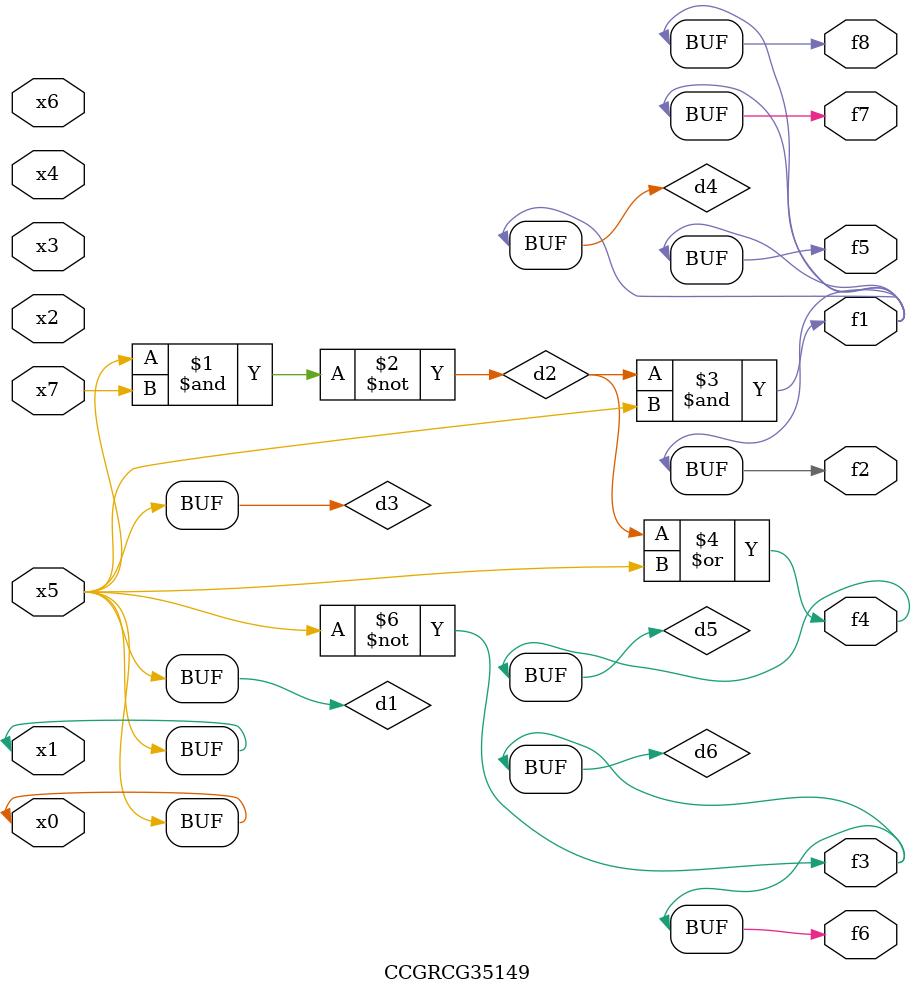
<source format=v>
module CCGRCG35149(
	input x0, x1, x2, x3, x4, x5, x6, x7,
	output f1, f2, f3, f4, f5, f6, f7, f8
);

	wire d1, d2, d3, d4, d5, d6;

	buf (d1, x0, x5);
	nand (d2, x5, x7);
	buf (d3, x0, x1);
	and (d4, d2, d3);
	or (d5, d2, d3);
	nor (d6, d1, d3);
	assign f1 = d4;
	assign f2 = d4;
	assign f3 = d6;
	assign f4 = d5;
	assign f5 = d4;
	assign f6 = d6;
	assign f7 = d4;
	assign f8 = d4;
endmodule

</source>
